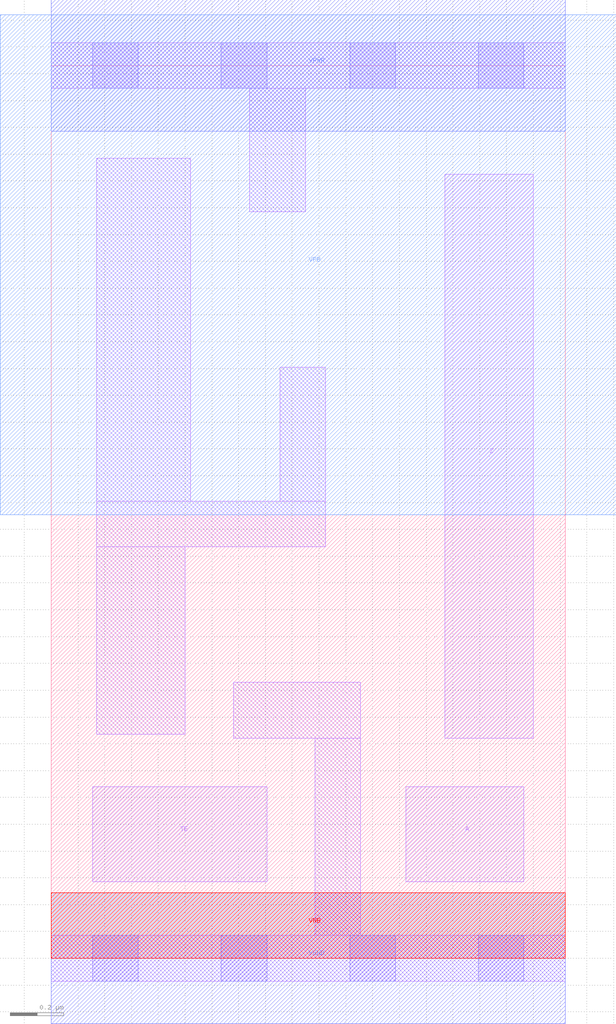
<source format=lef>
# Copyright 2020 The SkyWater PDK Authors
#
# Licensed under the Apache License, Version 2.0 (the "License");
# you may not use this file except in compliance with the License.
# You may obtain a copy of the License at
#
#     https://www.apache.org/licenses/LICENSE-2.0
#
# Unless required by applicable law or agreed to in writing, software
# distributed under the License is distributed on an "AS IS" BASIS,
# WITHOUT WARRANTIES OR CONDITIONS OF ANY KIND, either express or implied.
# See the License for the specific language governing permissions and
# limitations under the License.
#
# SPDX-License-Identifier: Apache-2.0

VERSION 5.7 ;
  NOWIREEXTENSIONATPIN ON ;
  DIVIDERCHAR "/" ;
  BUSBITCHARS "[]" ;
MACRO sky130_fd_sc_lp__einvp_m
  CLASS CORE ;
  FOREIGN sky130_fd_sc_lp__einvp_m ;
  ORIGIN  0.000000  0.000000 ;
  SIZE  1.920000 BY  3.330000 ;
  SYMMETRY X Y R90 ;
  SITE unit ;
  PIN A
    ANTENNAGATEAREA  0.126000 ;
    DIRECTION INPUT ;
    USE SIGNAL ;
    PORT
      LAYER li1 ;
        RECT 1.325000 0.285000 1.765000 0.640000 ;
    END
  END A
  PIN TE
    ANTENNAGATEAREA  0.189000 ;
    DIRECTION INPUT ;
    USE SIGNAL ;
    PORT
      LAYER li1 ;
        RECT 0.155000 0.285000 0.805000 0.640000 ;
    END
  END TE
  PIN Z
    ANTENNADIFFAREA  0.222600 ;
    DIRECTION OUTPUT ;
    USE SIGNAL ;
    PORT
      LAYER li1 ;
        RECT 1.470000 0.820000 1.800000 2.925000 ;
    END
  END Z
  PIN VGND
    DIRECTION INOUT ;
    USE GROUND ;
    PORT
      LAYER met1 ;
        RECT 0.000000 -0.245000 1.920000 0.245000 ;
    END
  END VGND
  PIN VNB
    DIRECTION INOUT ;
    USE GROUND ;
    PORT
      LAYER pwell ;
        RECT 0.000000 0.000000 1.920000 0.245000 ;
    END
  END VNB
  PIN VPB
    DIRECTION INOUT ;
    USE POWER ;
    PORT
      LAYER nwell ;
        RECT -0.190000 1.655000 2.110000 3.520000 ;
    END
  END VPB
  PIN VPWR
    DIRECTION INOUT ;
    USE POWER ;
    PORT
      LAYER met1 ;
        RECT 0.000000 3.085000 1.920000 3.575000 ;
    END
  END VPWR
  OBS
    LAYER li1 ;
      RECT 0.000000 -0.085000 1.920000 0.085000 ;
      RECT 0.000000  3.245000 1.920000 3.415000 ;
      RECT 0.170000  0.835000 0.500000 1.535000 ;
      RECT 0.170000  1.535000 1.025000 1.705000 ;
      RECT 0.170000  1.705000 0.520000 2.985000 ;
      RECT 0.680000  0.820000 1.155000 1.030000 ;
      RECT 0.740000  2.785000 0.950000 3.245000 ;
      RECT 0.855000  1.705000 1.025000 2.205000 ;
      RECT 0.985000  0.085000 1.155000 0.820000 ;
    LAYER mcon ;
      RECT 0.155000 -0.085000 0.325000 0.085000 ;
      RECT 0.155000  3.245000 0.325000 3.415000 ;
      RECT 0.635000 -0.085000 0.805000 0.085000 ;
      RECT 0.635000  3.245000 0.805000 3.415000 ;
      RECT 1.115000 -0.085000 1.285000 0.085000 ;
      RECT 1.115000  3.245000 1.285000 3.415000 ;
      RECT 1.595000 -0.085000 1.765000 0.085000 ;
      RECT 1.595000  3.245000 1.765000 3.415000 ;
  END
END sky130_fd_sc_lp__einvp_m
END LIBRARY

</source>
